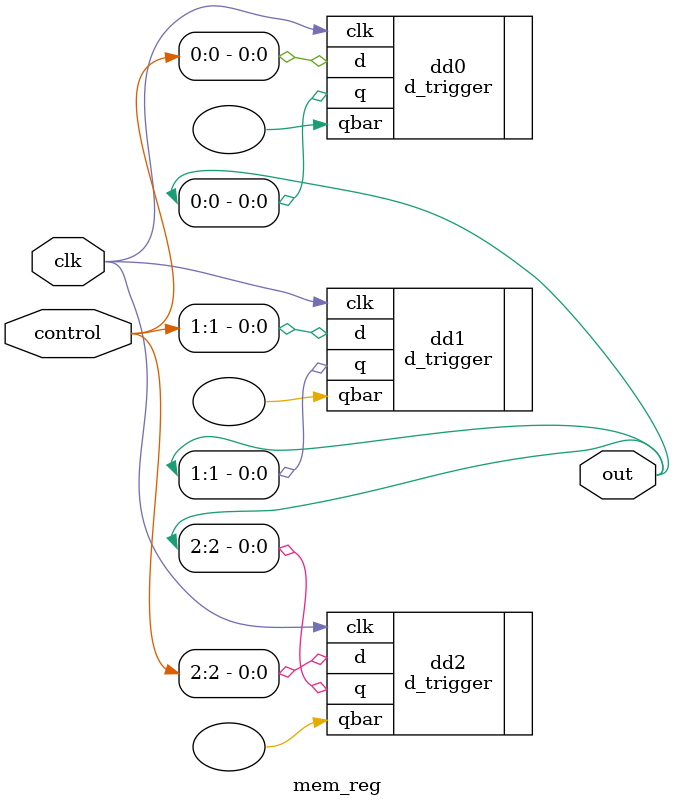
<source format=v>
`include "basic_modules/d_trigger/d_trigger.v"
`timescale 1ns/1ns
module mem_reg(control,clk,out);
    input  clk;
    input [2:0] control;
    output [2:0] out;
    d_trigger dd0(.d(control[0]), .clk(clk), .q(out[0]), .qbar());
    d_trigger dd1(.d(control[1]), .clk(clk), .q(out[1]), .qbar());
    d_trigger dd2(.d(control[2]), .clk(clk), .q(out[2]), .qbar());
endmodule
</source>
